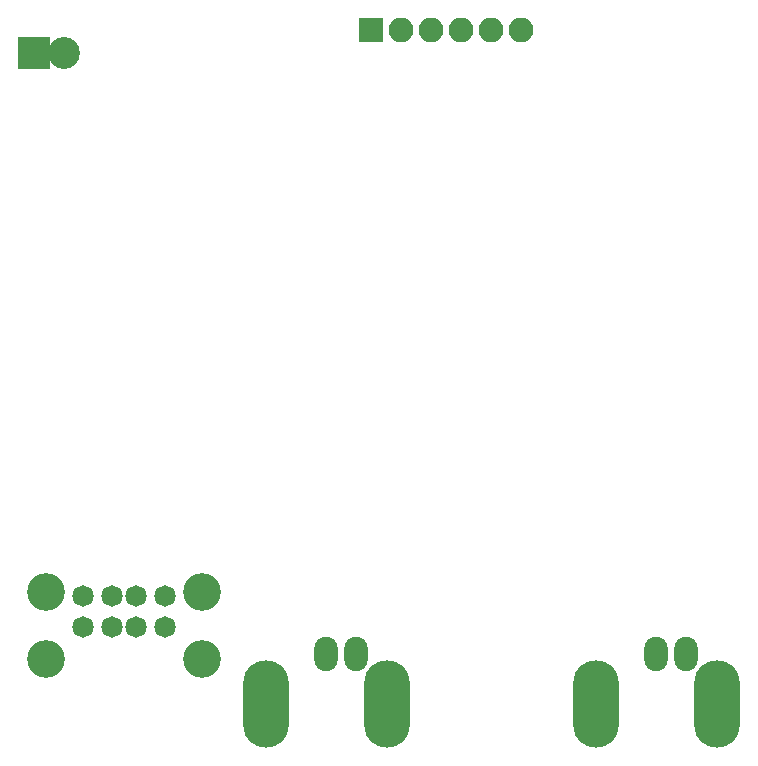
<source format=gbs>
G04 #@! TF.GenerationSoftware,KiCad,Pcbnew,5.0.0-fee4fd1~66~ubuntu18.04.1*
G04 #@! TF.CreationDate,2018-09-30T17:11:51-04:00*
G04 #@! TF.ProjectId,pH-ORP-Card,70482D4F52502D436172642E6B696361,rev?*
G04 #@! TF.SameCoordinates,Original*
G04 #@! TF.FileFunction,Soldermask,Bot*
G04 #@! TF.FilePolarity,Negative*
%FSLAX46Y46*%
G04 Gerber Fmt 4.6, Leading zero omitted, Abs format (unit mm)*
G04 Created by KiCad (PCBNEW 5.0.0-fee4fd1~66~ubuntu18.04.1) date Sun Sep 30 17:11:51 2018*
%MOMM*%
%LPD*%
G01*
G04 APERTURE LIST*
%ADD10R,2.100000X2.100000*%
%ADD11O,2.100000X2.100000*%
%ADD12C,1.820000*%
%ADD13C,3.200000*%
%ADD14R,2.700000X2.700000*%
%ADD15C,2.700000*%
%ADD16O,3.900120X7.400240*%
%ADD17O,2.000200X2.899360*%
G04 APERTURE END LIST*
D10*
G04 #@! TO.C,P1*
X33655000Y67310000D03*
D11*
X36195000Y67310000D03*
X38735000Y67310000D03*
X41275000Y67310000D03*
X43815000Y67310000D03*
X46355000Y67310000D03*
G04 #@! TD*
D12*
G04 #@! TO.C,P2*
X9200000Y19440005D03*
X11700000Y19440005D03*
X13700000Y19440005D03*
X16200000Y19440005D03*
X9200000Y16820005D03*
X11700000Y16820005D03*
X13700000Y16820005D03*
X16200000Y16820005D03*
D13*
X19270000Y14110005D03*
X19270000Y19790005D03*
X6130000Y19790005D03*
X6130000Y14110005D03*
G04 #@! TD*
D14*
G04 #@! TO.C,P3*
X5080000Y65405000D03*
D15*
X7620000Y65405000D03*
G04 #@! TD*
D16*
G04 #@! TO.C,P4*
X34942780Y10261600D03*
X24744680Y10261600D03*
D17*
X29845000Y14526260D03*
X32344360Y14526260D03*
G04 #@! TD*
G04 #@! TO.C,P5*
X60284360Y14526260D03*
X57785000Y14526260D03*
D16*
X52684680Y10261600D03*
X62882780Y10261600D03*
G04 #@! TD*
M02*

</source>
